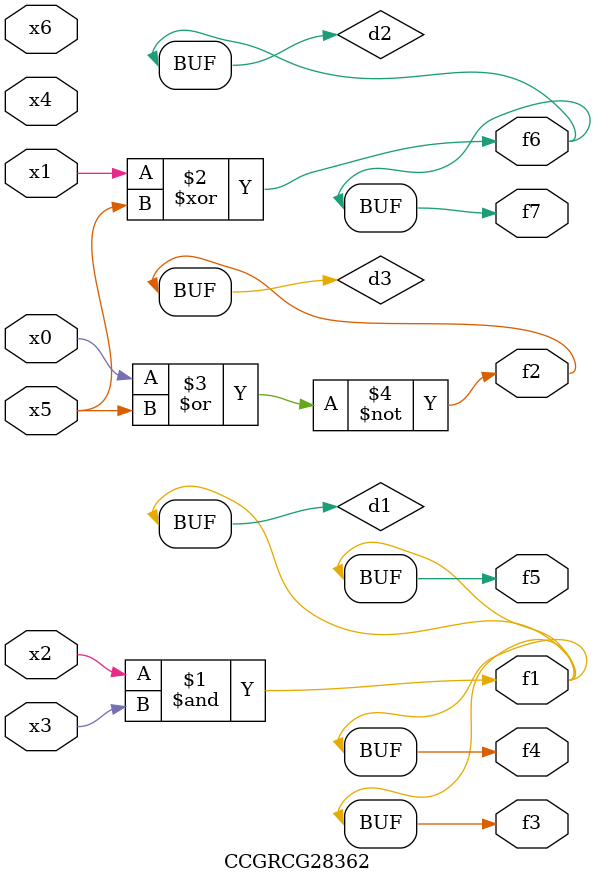
<source format=v>
module CCGRCG28362(
	input x0, x1, x2, x3, x4, x5, x6,
	output f1, f2, f3, f4, f5, f6, f7
);

	wire d1, d2, d3;

	and (d1, x2, x3);
	xor (d2, x1, x5);
	nor (d3, x0, x5);
	assign f1 = d1;
	assign f2 = d3;
	assign f3 = d1;
	assign f4 = d1;
	assign f5 = d1;
	assign f6 = d2;
	assign f7 = d2;
endmodule

</source>
